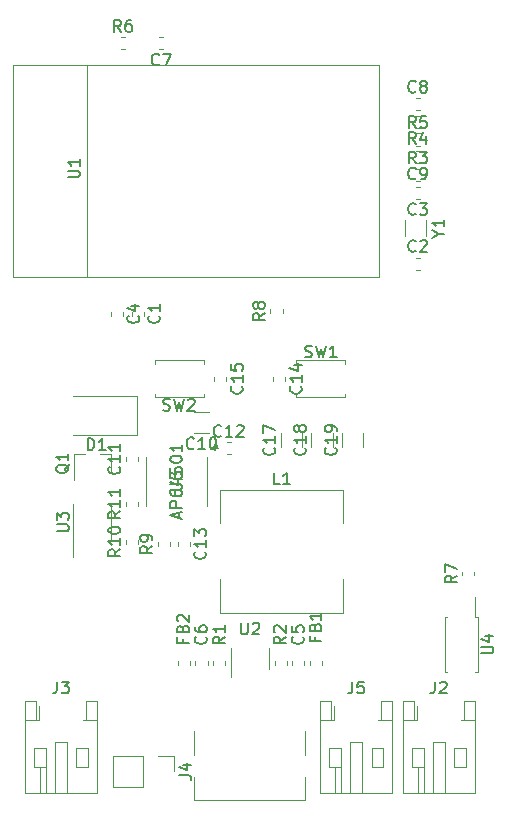
<source format=gbr>
%TF.GenerationSoftware,KiCad,Pcbnew,(6.0.2)*%
%TF.CreationDate,2022-03-14T11:31:15-04:00*%
%TF.ProjectId,aquabotsBMS,61717561-626f-4747-9342-4d532e6b6963,rev?*%
%TF.SameCoordinates,Original*%
%TF.FileFunction,Legend,Top*%
%TF.FilePolarity,Positive*%
%FSLAX46Y46*%
G04 Gerber Fmt 4.6, Leading zero omitted, Abs format (unit mm)*
G04 Created by KiCad (PCBNEW (6.0.2)) date 2022-03-14 11:31:15*
%MOMM*%
%LPD*%
G01*
G04 APERTURE LIST*
%ADD10C,0.150000*%
%ADD11C,0.120000*%
G04 APERTURE END LIST*
D10*
%TO.C,C1*%
X142287142Y-92166666D02*
X142334761Y-92214285D01*
X142382380Y-92357142D01*
X142382380Y-92452380D01*
X142334761Y-92595238D01*
X142239523Y-92690476D01*
X142144285Y-92738095D01*
X141953809Y-92785714D01*
X141810952Y-92785714D01*
X141620476Y-92738095D01*
X141525238Y-92690476D01*
X141430000Y-92595238D01*
X141382380Y-92452380D01*
X141382380Y-92357142D01*
X141430000Y-92214285D01*
X141477619Y-92166666D01*
X142382380Y-91214285D02*
X142382380Y-91785714D01*
X142382380Y-91500000D02*
X141382380Y-91500000D01*
X141525238Y-91595238D01*
X141620476Y-91690476D01*
X141668095Y-91785714D01*
%TO.C,C2*%
X164033333Y-86677142D02*
X163985714Y-86724761D01*
X163842857Y-86772380D01*
X163747619Y-86772380D01*
X163604761Y-86724761D01*
X163509523Y-86629523D01*
X163461904Y-86534285D01*
X163414285Y-86343809D01*
X163414285Y-86200952D01*
X163461904Y-86010476D01*
X163509523Y-85915238D01*
X163604761Y-85820000D01*
X163747619Y-85772380D01*
X163842857Y-85772380D01*
X163985714Y-85820000D01*
X164033333Y-85867619D01*
X164414285Y-85867619D02*
X164461904Y-85820000D01*
X164557142Y-85772380D01*
X164795238Y-85772380D01*
X164890476Y-85820000D01*
X164938095Y-85867619D01*
X164985714Y-85962857D01*
X164985714Y-86058095D01*
X164938095Y-86200952D01*
X164366666Y-86772380D01*
X164985714Y-86772380D01*
%TO.C,C3*%
X164033333Y-83537142D02*
X163985714Y-83584761D01*
X163842857Y-83632380D01*
X163747619Y-83632380D01*
X163604761Y-83584761D01*
X163509523Y-83489523D01*
X163461904Y-83394285D01*
X163414285Y-83203809D01*
X163414285Y-83060952D01*
X163461904Y-82870476D01*
X163509523Y-82775238D01*
X163604761Y-82680000D01*
X163747619Y-82632380D01*
X163842857Y-82632380D01*
X163985714Y-82680000D01*
X164033333Y-82727619D01*
X164366666Y-82632380D02*
X164985714Y-82632380D01*
X164652380Y-83013333D01*
X164795238Y-83013333D01*
X164890476Y-83060952D01*
X164938095Y-83108571D01*
X164985714Y-83203809D01*
X164985714Y-83441904D01*
X164938095Y-83537142D01*
X164890476Y-83584761D01*
X164795238Y-83632380D01*
X164509523Y-83632380D01*
X164414285Y-83584761D01*
X164366666Y-83537142D01*
%TO.C,C4*%
X140537142Y-92166666D02*
X140584761Y-92214285D01*
X140632380Y-92357142D01*
X140632380Y-92452380D01*
X140584761Y-92595238D01*
X140489523Y-92690476D01*
X140394285Y-92738095D01*
X140203809Y-92785714D01*
X140060952Y-92785714D01*
X139870476Y-92738095D01*
X139775238Y-92690476D01*
X139680000Y-92595238D01*
X139632380Y-92452380D01*
X139632380Y-92357142D01*
X139680000Y-92214285D01*
X139727619Y-92166666D01*
X139965714Y-91309523D02*
X140632380Y-91309523D01*
X139584761Y-91547619D02*
X140299047Y-91785714D01*
X140299047Y-91166666D01*
%TO.C,C7*%
X142320833Y-70887142D02*
X142273214Y-70934761D01*
X142130357Y-70982380D01*
X142035119Y-70982380D01*
X141892261Y-70934761D01*
X141797023Y-70839523D01*
X141749404Y-70744285D01*
X141701785Y-70553809D01*
X141701785Y-70410952D01*
X141749404Y-70220476D01*
X141797023Y-70125238D01*
X141892261Y-70030000D01*
X142035119Y-69982380D01*
X142130357Y-69982380D01*
X142273214Y-70030000D01*
X142320833Y-70077619D01*
X142654166Y-69982380D02*
X143320833Y-69982380D01*
X142892261Y-70982380D01*
%TO.C,C8*%
X164033333Y-73177142D02*
X163985714Y-73224761D01*
X163842857Y-73272380D01*
X163747619Y-73272380D01*
X163604761Y-73224761D01*
X163509523Y-73129523D01*
X163461904Y-73034285D01*
X163414285Y-72843809D01*
X163414285Y-72700952D01*
X163461904Y-72510476D01*
X163509523Y-72415238D01*
X163604761Y-72320000D01*
X163747619Y-72272380D01*
X163842857Y-72272380D01*
X163985714Y-72320000D01*
X164033333Y-72367619D01*
X164604761Y-72700952D02*
X164509523Y-72653333D01*
X164461904Y-72605714D01*
X164414285Y-72510476D01*
X164414285Y-72462857D01*
X164461904Y-72367619D01*
X164509523Y-72320000D01*
X164604761Y-72272380D01*
X164795238Y-72272380D01*
X164890476Y-72320000D01*
X164938095Y-72367619D01*
X164985714Y-72462857D01*
X164985714Y-72510476D01*
X164938095Y-72605714D01*
X164890476Y-72653333D01*
X164795238Y-72700952D01*
X164604761Y-72700952D01*
X164509523Y-72748571D01*
X164461904Y-72796190D01*
X164414285Y-72891428D01*
X164414285Y-73081904D01*
X164461904Y-73177142D01*
X164509523Y-73224761D01*
X164604761Y-73272380D01*
X164795238Y-73272380D01*
X164890476Y-73224761D01*
X164938095Y-73177142D01*
X164985714Y-73081904D01*
X164985714Y-72891428D01*
X164938095Y-72796190D01*
X164890476Y-72748571D01*
X164795238Y-72700952D01*
%TO.C,FB2*%
X144298571Y-119513333D02*
X144298571Y-119846666D01*
X144822380Y-119846666D02*
X143822380Y-119846666D01*
X143822380Y-119370476D01*
X144298571Y-118656190D02*
X144346190Y-118513333D01*
X144393809Y-118465714D01*
X144489047Y-118418095D01*
X144631904Y-118418095D01*
X144727142Y-118465714D01*
X144774761Y-118513333D01*
X144822380Y-118608571D01*
X144822380Y-118989523D01*
X143822380Y-118989523D01*
X143822380Y-118656190D01*
X143870000Y-118560952D01*
X143917619Y-118513333D01*
X144012857Y-118465714D01*
X144108095Y-118465714D01*
X144203333Y-118513333D01*
X144250952Y-118560952D01*
X144298571Y-118656190D01*
X144298571Y-118989523D01*
X143917619Y-118037142D02*
X143870000Y-117989523D01*
X143822380Y-117894285D01*
X143822380Y-117656190D01*
X143870000Y-117560952D01*
X143917619Y-117513333D01*
X144012857Y-117465714D01*
X144108095Y-117465714D01*
X144250952Y-117513333D01*
X144822380Y-118084761D01*
X144822380Y-117465714D01*
%TO.C,R3*%
X164033333Y-79272380D02*
X163700000Y-78796190D01*
X163461904Y-79272380D02*
X163461904Y-78272380D01*
X163842857Y-78272380D01*
X163938095Y-78320000D01*
X163985714Y-78367619D01*
X164033333Y-78462857D01*
X164033333Y-78605714D01*
X163985714Y-78700952D01*
X163938095Y-78748571D01*
X163842857Y-78796190D01*
X163461904Y-78796190D01*
X164366666Y-78272380D02*
X164985714Y-78272380D01*
X164652380Y-78653333D01*
X164795238Y-78653333D01*
X164890476Y-78700952D01*
X164938095Y-78748571D01*
X164985714Y-78843809D01*
X164985714Y-79081904D01*
X164938095Y-79177142D01*
X164890476Y-79224761D01*
X164795238Y-79272380D01*
X164509523Y-79272380D01*
X164414285Y-79224761D01*
X164366666Y-79177142D01*
%TO.C,R4*%
X164033333Y-77632380D02*
X163700000Y-77156190D01*
X163461904Y-77632380D02*
X163461904Y-76632380D01*
X163842857Y-76632380D01*
X163938095Y-76680000D01*
X163985714Y-76727619D01*
X164033333Y-76822857D01*
X164033333Y-76965714D01*
X163985714Y-77060952D01*
X163938095Y-77108571D01*
X163842857Y-77156190D01*
X163461904Y-77156190D01*
X164890476Y-76965714D02*
X164890476Y-77632380D01*
X164652380Y-76584761D02*
X164414285Y-77299047D01*
X165033333Y-77299047D01*
%TO.C,R5*%
X164033333Y-76272380D02*
X163700000Y-75796190D01*
X163461904Y-76272380D02*
X163461904Y-75272380D01*
X163842857Y-75272380D01*
X163938095Y-75320000D01*
X163985714Y-75367619D01*
X164033333Y-75462857D01*
X164033333Y-75605714D01*
X163985714Y-75700952D01*
X163938095Y-75748571D01*
X163842857Y-75796190D01*
X163461904Y-75796190D01*
X164938095Y-75272380D02*
X164461904Y-75272380D01*
X164414285Y-75748571D01*
X164461904Y-75700952D01*
X164557142Y-75653333D01*
X164795238Y-75653333D01*
X164890476Y-75700952D01*
X164938095Y-75748571D01*
X164985714Y-75843809D01*
X164985714Y-76081904D01*
X164938095Y-76177142D01*
X164890476Y-76224761D01*
X164795238Y-76272380D01*
X164557142Y-76272380D01*
X164461904Y-76224761D01*
X164414285Y-76177142D01*
%TO.C,R6*%
X139070833Y-68122380D02*
X138737500Y-67646190D01*
X138499404Y-68122380D02*
X138499404Y-67122380D01*
X138880357Y-67122380D01*
X138975595Y-67170000D01*
X139023214Y-67217619D01*
X139070833Y-67312857D01*
X139070833Y-67455714D01*
X139023214Y-67550952D01*
X138975595Y-67598571D01*
X138880357Y-67646190D01*
X138499404Y-67646190D01*
X139927976Y-67122380D02*
X139737500Y-67122380D01*
X139642261Y-67170000D01*
X139594642Y-67217619D01*
X139499404Y-67360476D01*
X139451785Y-67550952D01*
X139451785Y-67931904D01*
X139499404Y-68027142D01*
X139547023Y-68074761D01*
X139642261Y-68122380D01*
X139832738Y-68122380D01*
X139927976Y-68074761D01*
X139975595Y-68027142D01*
X140023214Y-67931904D01*
X140023214Y-67693809D01*
X139975595Y-67598571D01*
X139927976Y-67550952D01*
X139832738Y-67503333D01*
X139642261Y-67503333D01*
X139547023Y-67550952D01*
X139499404Y-67598571D01*
X139451785Y-67693809D01*
%TO.C,R8*%
X151272380Y-91954166D02*
X150796190Y-92287500D01*
X151272380Y-92525595D02*
X150272380Y-92525595D01*
X150272380Y-92144642D01*
X150320000Y-92049404D01*
X150367619Y-92001785D01*
X150462857Y-91954166D01*
X150605714Y-91954166D01*
X150700952Y-92001785D01*
X150748571Y-92049404D01*
X150796190Y-92144642D01*
X150796190Y-92525595D01*
X150700952Y-91382738D02*
X150653333Y-91477976D01*
X150605714Y-91525595D01*
X150510476Y-91573214D01*
X150462857Y-91573214D01*
X150367619Y-91525595D01*
X150320000Y-91477976D01*
X150272380Y-91382738D01*
X150272380Y-91192261D01*
X150320000Y-91097023D01*
X150367619Y-91049404D01*
X150462857Y-91001785D01*
X150510476Y-91001785D01*
X150605714Y-91049404D01*
X150653333Y-91097023D01*
X150700952Y-91192261D01*
X150700952Y-91382738D01*
X150748571Y-91477976D01*
X150796190Y-91525595D01*
X150891428Y-91573214D01*
X151081904Y-91573214D01*
X151177142Y-91525595D01*
X151224761Y-91477976D01*
X151272380Y-91382738D01*
X151272380Y-91192261D01*
X151224761Y-91097023D01*
X151177142Y-91049404D01*
X151081904Y-91001785D01*
X150891428Y-91001785D01*
X150796190Y-91049404D01*
X150748571Y-91097023D01*
X150700952Y-91192261D01*
%TO.C,U2*%
X149238095Y-118152380D02*
X149238095Y-118961904D01*
X149285714Y-119057142D01*
X149333333Y-119104761D01*
X149428571Y-119152380D01*
X149619047Y-119152380D01*
X149714285Y-119104761D01*
X149761904Y-119057142D01*
X149809523Y-118961904D01*
X149809523Y-118152380D01*
X150238095Y-118247619D02*
X150285714Y-118200000D01*
X150380952Y-118152380D01*
X150619047Y-118152380D01*
X150714285Y-118200000D01*
X150761904Y-118247619D01*
X150809523Y-118342857D01*
X150809523Y-118438095D01*
X150761904Y-118580952D01*
X150190476Y-119152380D01*
X150809523Y-119152380D01*
%TO.C,Y1*%
X165976190Y-85226190D02*
X166452380Y-85226190D01*
X165452380Y-85559523D02*
X165976190Y-85226190D01*
X165452380Y-84892857D01*
X166452380Y-84035714D02*
X166452380Y-84607142D01*
X166452380Y-84321428D02*
X165452380Y-84321428D01*
X165595238Y-84416666D01*
X165690476Y-84511904D01*
X165738095Y-84607142D01*
%TO.C,J5*%
X158666666Y-123152380D02*
X158666666Y-123866666D01*
X158619047Y-124009523D01*
X158523809Y-124104761D01*
X158380952Y-124152380D01*
X158285714Y-124152380D01*
X159619047Y-123152380D02*
X159142857Y-123152380D01*
X159095238Y-123628571D01*
X159142857Y-123580952D01*
X159238095Y-123533333D01*
X159476190Y-123533333D01*
X159571428Y-123580952D01*
X159619047Y-123628571D01*
X159666666Y-123723809D01*
X159666666Y-123961904D01*
X159619047Y-124057142D01*
X159571428Y-124104761D01*
X159476190Y-124152380D01*
X159238095Y-124152380D01*
X159142857Y-124104761D01*
X159095238Y-124057142D01*
%TO.C,U3*%
X133652380Y-110411904D02*
X134461904Y-110411904D01*
X134557142Y-110364285D01*
X134604761Y-110316666D01*
X134652380Y-110221428D01*
X134652380Y-110030952D01*
X134604761Y-109935714D01*
X134557142Y-109888095D01*
X134461904Y-109840476D01*
X133652380Y-109840476D01*
X133652380Y-109459523D02*
X133652380Y-108840476D01*
X134033333Y-109173809D01*
X134033333Y-109030952D01*
X134080952Y-108935714D01*
X134128571Y-108888095D01*
X134223809Y-108840476D01*
X134461904Y-108840476D01*
X134557142Y-108888095D01*
X134604761Y-108935714D01*
X134652380Y-109030952D01*
X134652380Y-109316666D01*
X134604761Y-109411904D01*
X134557142Y-109459523D01*
%TO.C,J2*%
X165666666Y-123152380D02*
X165666666Y-123866666D01*
X165619047Y-124009523D01*
X165523809Y-124104761D01*
X165380952Y-124152380D01*
X165285714Y-124152380D01*
X166095238Y-123247619D02*
X166142857Y-123200000D01*
X166238095Y-123152380D01*
X166476190Y-123152380D01*
X166571428Y-123200000D01*
X166619047Y-123247619D01*
X166666666Y-123342857D01*
X166666666Y-123438095D01*
X166619047Y-123580952D01*
X166047619Y-124152380D01*
X166666666Y-124152380D01*
%TO.C,Q1*%
X134697619Y-104745238D02*
X134650000Y-104840476D01*
X134554761Y-104935714D01*
X134411904Y-105078571D01*
X134364285Y-105173809D01*
X134364285Y-105269047D01*
X134602380Y-105221428D02*
X134554761Y-105316666D01*
X134459523Y-105411904D01*
X134269047Y-105459523D01*
X133935714Y-105459523D01*
X133745238Y-105411904D01*
X133650000Y-105316666D01*
X133602380Y-105221428D01*
X133602380Y-105030952D01*
X133650000Y-104935714D01*
X133745238Y-104840476D01*
X133935714Y-104792857D01*
X134269047Y-104792857D01*
X134459523Y-104840476D01*
X134554761Y-104935714D01*
X134602380Y-105030952D01*
X134602380Y-105221428D01*
X134602380Y-103840476D02*
X134602380Y-104411904D01*
X134602380Y-104126190D02*
X133602380Y-104126190D01*
X133745238Y-104221428D01*
X133840476Y-104316666D01*
X133888095Y-104411904D01*
%TO.C,J3*%
X133666666Y-123152380D02*
X133666666Y-123866666D01*
X133619047Y-124009523D01*
X133523809Y-124104761D01*
X133380952Y-124152380D01*
X133285714Y-124152380D01*
X134047619Y-123152380D02*
X134666666Y-123152380D01*
X134333333Y-123533333D01*
X134476190Y-123533333D01*
X134571428Y-123580952D01*
X134619047Y-123628571D01*
X134666666Y-123723809D01*
X134666666Y-123961904D01*
X134619047Y-124057142D01*
X134571428Y-124104761D01*
X134476190Y-124152380D01*
X134190476Y-124152380D01*
X134095238Y-124104761D01*
X134047619Y-124057142D01*
%TO.C,J4*%
X144032380Y-131083333D02*
X144746666Y-131083333D01*
X144889523Y-131130952D01*
X144984761Y-131226190D01*
X145032380Y-131369047D01*
X145032380Y-131464285D01*
X144365714Y-130178571D02*
X145032380Y-130178571D01*
X143984761Y-130416666D02*
X144699047Y-130654761D01*
X144699047Y-130035714D01*
%TO.C,C14*%
X154287142Y-98142857D02*
X154334761Y-98190476D01*
X154382380Y-98333333D01*
X154382380Y-98428571D01*
X154334761Y-98571428D01*
X154239523Y-98666666D01*
X154144285Y-98714285D01*
X153953809Y-98761904D01*
X153810952Y-98761904D01*
X153620476Y-98714285D01*
X153525238Y-98666666D01*
X153430000Y-98571428D01*
X153382380Y-98428571D01*
X153382380Y-98333333D01*
X153430000Y-98190476D01*
X153477619Y-98142857D01*
X154382380Y-97190476D02*
X154382380Y-97761904D01*
X154382380Y-97476190D02*
X153382380Y-97476190D01*
X153525238Y-97571428D01*
X153620476Y-97666666D01*
X153668095Y-97761904D01*
X153715714Y-96333333D02*
X154382380Y-96333333D01*
X153334761Y-96571428D02*
X154049047Y-96809523D01*
X154049047Y-96190476D01*
%TO.C,SW1*%
X154666666Y-95654761D02*
X154809523Y-95702380D01*
X155047619Y-95702380D01*
X155142857Y-95654761D01*
X155190476Y-95607142D01*
X155238095Y-95511904D01*
X155238095Y-95416666D01*
X155190476Y-95321428D01*
X155142857Y-95273809D01*
X155047619Y-95226190D01*
X154857142Y-95178571D01*
X154761904Y-95130952D01*
X154714285Y-95083333D01*
X154666666Y-94988095D01*
X154666666Y-94892857D01*
X154714285Y-94797619D01*
X154761904Y-94750000D01*
X154857142Y-94702380D01*
X155095238Y-94702380D01*
X155238095Y-94750000D01*
X155571428Y-94702380D02*
X155809523Y-95702380D01*
X156000000Y-94988095D01*
X156190476Y-95702380D01*
X156428571Y-94702380D01*
X157333333Y-95702380D02*
X156761904Y-95702380D01*
X157047619Y-95702380D02*
X157047619Y-94702380D01*
X156952380Y-94845238D01*
X156857142Y-94940476D01*
X156761904Y-94988095D01*
%TO.C,C9*%
X164033333Y-80537142D02*
X163985714Y-80584761D01*
X163842857Y-80632380D01*
X163747619Y-80632380D01*
X163604761Y-80584761D01*
X163509523Y-80489523D01*
X163461904Y-80394285D01*
X163414285Y-80203809D01*
X163414285Y-80060952D01*
X163461904Y-79870476D01*
X163509523Y-79775238D01*
X163604761Y-79680000D01*
X163747619Y-79632380D01*
X163842857Y-79632380D01*
X163985714Y-79680000D01*
X164033333Y-79727619D01*
X164509523Y-80632380D02*
X164700000Y-80632380D01*
X164795238Y-80584761D01*
X164842857Y-80537142D01*
X164938095Y-80394285D01*
X164985714Y-80203809D01*
X164985714Y-79822857D01*
X164938095Y-79727619D01*
X164890476Y-79680000D01*
X164795238Y-79632380D01*
X164604761Y-79632380D01*
X164509523Y-79680000D01*
X164461904Y-79727619D01*
X164414285Y-79822857D01*
X164414285Y-80060952D01*
X164461904Y-80156190D01*
X164509523Y-80203809D01*
X164604761Y-80251428D01*
X164795238Y-80251428D01*
X164890476Y-80203809D01*
X164938095Y-80156190D01*
X164985714Y-80060952D01*
%TO.C,R1*%
X147882380Y-119346666D02*
X147406190Y-119680000D01*
X147882380Y-119918095D02*
X146882380Y-119918095D01*
X146882380Y-119537142D01*
X146930000Y-119441904D01*
X146977619Y-119394285D01*
X147072857Y-119346666D01*
X147215714Y-119346666D01*
X147310952Y-119394285D01*
X147358571Y-119441904D01*
X147406190Y-119537142D01*
X147406190Y-119918095D01*
X147882380Y-118394285D02*
X147882380Y-118965714D01*
X147882380Y-118680000D02*
X146882380Y-118680000D01*
X147025238Y-118775238D01*
X147120476Y-118870476D01*
X147168095Y-118965714D01*
%TO.C,C6*%
X146247142Y-119346666D02*
X146294761Y-119394285D01*
X146342380Y-119537142D01*
X146342380Y-119632380D01*
X146294761Y-119775238D01*
X146199523Y-119870476D01*
X146104285Y-119918095D01*
X145913809Y-119965714D01*
X145770952Y-119965714D01*
X145580476Y-119918095D01*
X145485238Y-119870476D01*
X145390000Y-119775238D01*
X145342380Y-119632380D01*
X145342380Y-119537142D01*
X145390000Y-119394285D01*
X145437619Y-119346666D01*
X145342380Y-118489523D02*
X145342380Y-118680000D01*
X145390000Y-118775238D01*
X145437619Y-118822857D01*
X145580476Y-118918095D01*
X145770952Y-118965714D01*
X146151904Y-118965714D01*
X146247142Y-118918095D01*
X146294761Y-118870476D01*
X146342380Y-118775238D01*
X146342380Y-118584761D01*
X146294761Y-118489523D01*
X146247142Y-118441904D01*
X146151904Y-118394285D01*
X145913809Y-118394285D01*
X145818571Y-118441904D01*
X145770952Y-118489523D01*
X145723333Y-118584761D01*
X145723333Y-118775238D01*
X145770952Y-118870476D01*
X145818571Y-118918095D01*
X145913809Y-118965714D01*
%TO.C,R7*%
X167522380Y-114166666D02*
X167046190Y-114500000D01*
X167522380Y-114738095D02*
X166522380Y-114738095D01*
X166522380Y-114357142D01*
X166570000Y-114261904D01*
X166617619Y-114214285D01*
X166712857Y-114166666D01*
X166855714Y-114166666D01*
X166950952Y-114214285D01*
X166998571Y-114261904D01*
X167046190Y-114357142D01*
X167046190Y-114738095D01*
X166522380Y-113833333D02*
X166522380Y-113166666D01*
X167522380Y-113595238D01*
%TO.C,U4*%
X169602380Y-120761904D02*
X170411904Y-120761904D01*
X170507142Y-120714285D01*
X170554761Y-120666666D01*
X170602380Y-120571428D01*
X170602380Y-120380952D01*
X170554761Y-120285714D01*
X170507142Y-120238095D01*
X170411904Y-120190476D01*
X169602380Y-120190476D01*
X169935714Y-119285714D02*
X170602380Y-119285714D01*
X169554761Y-119523809D02*
X170269047Y-119761904D01*
X170269047Y-119142857D01*
%TO.C,U1*%
X134573380Y-80461904D02*
X135382904Y-80461904D01*
X135478142Y-80414285D01*
X135525761Y-80366666D01*
X135573380Y-80271428D01*
X135573380Y-80080952D01*
X135525761Y-79985714D01*
X135478142Y-79938095D01*
X135382904Y-79890476D01*
X134573380Y-79890476D01*
X135573380Y-78890476D02*
X135573380Y-79461904D01*
X135573380Y-79176190D02*
X134573380Y-79176190D01*
X134716238Y-79271428D01*
X134811476Y-79366666D01*
X134859095Y-79461904D01*
%TO.C,C15*%
X149287142Y-98142857D02*
X149334761Y-98190476D01*
X149382380Y-98333333D01*
X149382380Y-98428571D01*
X149334761Y-98571428D01*
X149239523Y-98666666D01*
X149144285Y-98714285D01*
X148953809Y-98761904D01*
X148810952Y-98761904D01*
X148620476Y-98714285D01*
X148525238Y-98666666D01*
X148430000Y-98571428D01*
X148382380Y-98428571D01*
X148382380Y-98333333D01*
X148430000Y-98190476D01*
X148477619Y-98142857D01*
X149382380Y-97190476D02*
X149382380Y-97761904D01*
X149382380Y-97476190D02*
X148382380Y-97476190D01*
X148525238Y-97571428D01*
X148620476Y-97666666D01*
X148668095Y-97761904D01*
X148382380Y-96285714D02*
X148382380Y-96761904D01*
X148858571Y-96809523D01*
X148810952Y-96761904D01*
X148763333Y-96666666D01*
X148763333Y-96428571D01*
X148810952Y-96333333D01*
X148858571Y-96285714D01*
X148953809Y-96238095D01*
X149191904Y-96238095D01*
X149287142Y-96285714D01*
X149334761Y-96333333D01*
X149382380Y-96428571D01*
X149382380Y-96666666D01*
X149334761Y-96761904D01*
X149287142Y-96809523D01*
%TO.C,SW2*%
X142666666Y-100154761D02*
X142809523Y-100202380D01*
X143047619Y-100202380D01*
X143142857Y-100154761D01*
X143190476Y-100107142D01*
X143238095Y-100011904D01*
X143238095Y-99916666D01*
X143190476Y-99821428D01*
X143142857Y-99773809D01*
X143047619Y-99726190D01*
X142857142Y-99678571D01*
X142761904Y-99630952D01*
X142714285Y-99583333D01*
X142666666Y-99488095D01*
X142666666Y-99392857D01*
X142714285Y-99297619D01*
X142761904Y-99250000D01*
X142857142Y-99202380D01*
X143095238Y-99202380D01*
X143238095Y-99250000D01*
X143571428Y-99202380D02*
X143809523Y-100202380D01*
X144000000Y-99488095D01*
X144190476Y-100202380D01*
X144428571Y-99202380D01*
X144761904Y-99297619D02*
X144809523Y-99250000D01*
X144904761Y-99202380D01*
X145142857Y-99202380D01*
X145238095Y-99250000D01*
X145285714Y-99297619D01*
X145333333Y-99392857D01*
X145333333Y-99488095D01*
X145285714Y-99630952D01*
X144714285Y-100202380D01*
X145333333Y-100202380D01*
%TO.C,L1*%
X152533333Y-106452380D02*
X152057142Y-106452380D01*
X152057142Y-105452380D01*
X153390476Y-106452380D02*
X152819047Y-106452380D01*
X153104761Y-106452380D02*
X153104761Y-105452380D01*
X153009523Y-105595238D01*
X152914285Y-105690476D01*
X152819047Y-105738095D01*
%TO.C,C12*%
X147557142Y-102327142D02*
X147509523Y-102374761D01*
X147366666Y-102422380D01*
X147271428Y-102422380D01*
X147128571Y-102374761D01*
X147033333Y-102279523D01*
X146985714Y-102184285D01*
X146938095Y-101993809D01*
X146938095Y-101850952D01*
X146985714Y-101660476D01*
X147033333Y-101565238D01*
X147128571Y-101470000D01*
X147271428Y-101422380D01*
X147366666Y-101422380D01*
X147509523Y-101470000D01*
X147557142Y-101517619D01*
X148509523Y-102422380D02*
X147938095Y-102422380D01*
X148223809Y-102422380D02*
X148223809Y-101422380D01*
X148128571Y-101565238D01*
X148033333Y-101660476D01*
X147938095Y-101708095D01*
X148890476Y-101517619D02*
X148938095Y-101470000D01*
X149033333Y-101422380D01*
X149271428Y-101422380D01*
X149366666Y-101470000D01*
X149414285Y-101517619D01*
X149461904Y-101612857D01*
X149461904Y-101708095D01*
X149414285Y-101850952D01*
X148842857Y-102422380D01*
X149461904Y-102422380D01*
%TO.C,C17*%
X152037142Y-103342857D02*
X152084761Y-103390476D01*
X152132380Y-103533333D01*
X152132380Y-103628571D01*
X152084761Y-103771428D01*
X151989523Y-103866666D01*
X151894285Y-103914285D01*
X151703809Y-103961904D01*
X151560952Y-103961904D01*
X151370476Y-103914285D01*
X151275238Y-103866666D01*
X151180000Y-103771428D01*
X151132380Y-103628571D01*
X151132380Y-103533333D01*
X151180000Y-103390476D01*
X151227619Y-103342857D01*
X152132380Y-102390476D02*
X152132380Y-102961904D01*
X152132380Y-102676190D02*
X151132380Y-102676190D01*
X151275238Y-102771428D01*
X151370476Y-102866666D01*
X151418095Y-102961904D01*
X151132380Y-102057142D02*
X151132380Y-101390476D01*
X152132380Y-101819047D01*
%TO.C,C18*%
X154637142Y-103342857D02*
X154684761Y-103390476D01*
X154732380Y-103533333D01*
X154732380Y-103628571D01*
X154684761Y-103771428D01*
X154589523Y-103866666D01*
X154494285Y-103914285D01*
X154303809Y-103961904D01*
X154160952Y-103961904D01*
X153970476Y-103914285D01*
X153875238Y-103866666D01*
X153780000Y-103771428D01*
X153732380Y-103628571D01*
X153732380Y-103533333D01*
X153780000Y-103390476D01*
X153827619Y-103342857D01*
X154732380Y-102390476D02*
X154732380Y-102961904D01*
X154732380Y-102676190D02*
X153732380Y-102676190D01*
X153875238Y-102771428D01*
X153970476Y-102866666D01*
X154018095Y-102961904D01*
X154160952Y-101819047D02*
X154113333Y-101914285D01*
X154065714Y-101961904D01*
X153970476Y-102009523D01*
X153922857Y-102009523D01*
X153827619Y-101961904D01*
X153780000Y-101914285D01*
X153732380Y-101819047D01*
X153732380Y-101628571D01*
X153780000Y-101533333D01*
X153827619Y-101485714D01*
X153922857Y-101438095D01*
X153970476Y-101438095D01*
X154065714Y-101485714D01*
X154113333Y-101533333D01*
X154160952Y-101628571D01*
X154160952Y-101819047D01*
X154208571Y-101914285D01*
X154256190Y-101961904D01*
X154351428Y-102009523D01*
X154541904Y-102009523D01*
X154637142Y-101961904D01*
X154684761Y-101914285D01*
X154732380Y-101819047D01*
X154732380Y-101628571D01*
X154684761Y-101533333D01*
X154637142Y-101485714D01*
X154541904Y-101438095D01*
X154351428Y-101438095D01*
X154256190Y-101485714D01*
X154208571Y-101533333D01*
X154160952Y-101628571D01*
%TO.C,C19*%
X157237142Y-103342857D02*
X157284761Y-103390476D01*
X157332380Y-103533333D01*
X157332380Y-103628571D01*
X157284761Y-103771428D01*
X157189523Y-103866666D01*
X157094285Y-103914285D01*
X156903809Y-103961904D01*
X156760952Y-103961904D01*
X156570476Y-103914285D01*
X156475238Y-103866666D01*
X156380000Y-103771428D01*
X156332380Y-103628571D01*
X156332380Y-103533333D01*
X156380000Y-103390476D01*
X156427619Y-103342857D01*
X157332380Y-102390476D02*
X157332380Y-102961904D01*
X157332380Y-102676190D02*
X156332380Y-102676190D01*
X156475238Y-102771428D01*
X156570476Y-102866666D01*
X156618095Y-102961904D01*
X157332380Y-101914285D02*
X157332380Y-101723809D01*
X157284761Y-101628571D01*
X157237142Y-101580952D01*
X157094285Y-101485714D01*
X156903809Y-101438095D01*
X156522857Y-101438095D01*
X156427619Y-101485714D01*
X156380000Y-101533333D01*
X156332380Y-101628571D01*
X156332380Y-101819047D01*
X156380000Y-101914285D01*
X156427619Y-101961904D01*
X156522857Y-102009523D01*
X156760952Y-102009523D01*
X156856190Y-101961904D01*
X156903809Y-101914285D01*
X156951428Y-101819047D01*
X156951428Y-101628571D01*
X156903809Y-101533333D01*
X156856190Y-101485714D01*
X156760952Y-101438095D01*
%TO.C,U5*%
X143252380Y-106961904D02*
X144061904Y-106961904D01*
X144157142Y-106914285D01*
X144204761Y-106866666D01*
X144252380Y-106771428D01*
X144252380Y-106580952D01*
X144204761Y-106485714D01*
X144157142Y-106438095D01*
X144061904Y-106390476D01*
X143252380Y-106390476D01*
X143252380Y-105438095D02*
X143252380Y-105914285D01*
X143728571Y-105961904D01*
X143680952Y-105914285D01*
X143633333Y-105819047D01*
X143633333Y-105580952D01*
X143680952Y-105485714D01*
X143728571Y-105438095D01*
X143823809Y-105390476D01*
X144061904Y-105390476D01*
X144157142Y-105438095D01*
X144204761Y-105485714D01*
X144252380Y-105580952D01*
X144252380Y-105819047D01*
X144204761Y-105914285D01*
X144157142Y-105961904D01*
X143966666Y-109319047D02*
X143966666Y-108842857D01*
X144252380Y-109414285D02*
X143252380Y-109080952D01*
X144252380Y-108747619D01*
X144252380Y-108414285D02*
X143252380Y-108414285D01*
X143252380Y-108033333D01*
X143300000Y-107938095D01*
X143347619Y-107890476D01*
X143442857Y-107842857D01*
X143585714Y-107842857D01*
X143680952Y-107890476D01*
X143728571Y-107938095D01*
X143776190Y-108033333D01*
X143776190Y-108414285D01*
X143252380Y-106985714D02*
X143252380Y-107176190D01*
X143300000Y-107271428D01*
X143347619Y-107319047D01*
X143490476Y-107414285D01*
X143680952Y-107461904D01*
X144061904Y-107461904D01*
X144157142Y-107414285D01*
X144204761Y-107366666D01*
X144252380Y-107271428D01*
X144252380Y-107080952D01*
X144204761Y-106985714D01*
X144157142Y-106938095D01*
X144061904Y-106890476D01*
X143823809Y-106890476D01*
X143728571Y-106938095D01*
X143680952Y-106985714D01*
X143633333Y-107080952D01*
X143633333Y-107271428D01*
X143680952Y-107366666D01*
X143728571Y-107414285D01*
X143823809Y-107461904D01*
X143585714Y-106033333D02*
X144252380Y-106033333D01*
X143204761Y-106271428D02*
X143919047Y-106509523D01*
X143919047Y-105890476D01*
X143252380Y-105033333D02*
X143252380Y-105509523D01*
X143728571Y-105557142D01*
X143680952Y-105509523D01*
X143633333Y-105414285D01*
X143633333Y-105176190D01*
X143680952Y-105080952D01*
X143728571Y-105033333D01*
X143823809Y-104985714D01*
X144061904Y-104985714D01*
X144157142Y-105033333D01*
X144204761Y-105080952D01*
X144252380Y-105176190D01*
X144252380Y-105414285D01*
X144204761Y-105509523D01*
X144157142Y-105557142D01*
X143252380Y-104366666D02*
X143252380Y-104271428D01*
X143300000Y-104176190D01*
X143347619Y-104128571D01*
X143442857Y-104080952D01*
X143633333Y-104033333D01*
X143871428Y-104033333D01*
X144061904Y-104080952D01*
X144157142Y-104128571D01*
X144204761Y-104176190D01*
X144252380Y-104271428D01*
X144252380Y-104366666D01*
X144204761Y-104461904D01*
X144157142Y-104509523D01*
X144061904Y-104557142D01*
X143871428Y-104604761D01*
X143633333Y-104604761D01*
X143442857Y-104557142D01*
X143347619Y-104509523D01*
X143300000Y-104461904D01*
X143252380Y-104366666D01*
X144252380Y-103080952D02*
X144252380Y-103652380D01*
X144252380Y-103366666D02*
X143252380Y-103366666D01*
X143395238Y-103461904D01*
X143490476Y-103557142D01*
X143538095Y-103652380D01*
X146859180Y-103266300D02*
X147097276Y-103266300D01*
X147002038Y-103504395D02*
X147097276Y-103266300D01*
X147002038Y-103028204D01*
X147287752Y-103409157D02*
X147097276Y-103266300D01*
X147287752Y-103123442D01*
X146859180Y-103266300D02*
X147097276Y-103266300D01*
X147002038Y-103504395D02*
X147097276Y-103266300D01*
X147002038Y-103028204D01*
X147287752Y-103409157D02*
X147097276Y-103266300D01*
X147287752Y-103123442D01*
%TO.C,C10*%
X145257142Y-103377142D02*
X145209523Y-103424761D01*
X145066666Y-103472380D01*
X144971428Y-103472380D01*
X144828571Y-103424761D01*
X144733333Y-103329523D01*
X144685714Y-103234285D01*
X144638095Y-103043809D01*
X144638095Y-102900952D01*
X144685714Y-102710476D01*
X144733333Y-102615238D01*
X144828571Y-102520000D01*
X144971428Y-102472380D01*
X145066666Y-102472380D01*
X145209523Y-102520000D01*
X145257142Y-102567619D01*
X146209523Y-103472380D02*
X145638095Y-103472380D01*
X145923809Y-103472380D02*
X145923809Y-102472380D01*
X145828571Y-102615238D01*
X145733333Y-102710476D01*
X145638095Y-102758095D01*
X146828571Y-102472380D02*
X146923809Y-102472380D01*
X147019047Y-102520000D01*
X147066666Y-102567619D01*
X147114285Y-102662857D01*
X147161904Y-102853333D01*
X147161904Y-103091428D01*
X147114285Y-103281904D01*
X147066666Y-103377142D01*
X147019047Y-103424761D01*
X146923809Y-103472380D01*
X146828571Y-103472380D01*
X146733333Y-103424761D01*
X146685714Y-103377142D01*
X146638095Y-103281904D01*
X146590476Y-103091428D01*
X146590476Y-102853333D01*
X146638095Y-102662857D01*
X146685714Y-102567619D01*
X146733333Y-102520000D01*
X146828571Y-102472380D01*
%TO.C,R9*%
X141722380Y-111666666D02*
X141246190Y-112000000D01*
X141722380Y-112238095D02*
X140722380Y-112238095D01*
X140722380Y-111857142D01*
X140770000Y-111761904D01*
X140817619Y-111714285D01*
X140912857Y-111666666D01*
X141055714Y-111666666D01*
X141150952Y-111714285D01*
X141198571Y-111761904D01*
X141246190Y-111857142D01*
X141246190Y-112238095D01*
X141722380Y-111190476D02*
X141722380Y-111000000D01*
X141674761Y-110904761D01*
X141627142Y-110857142D01*
X141484285Y-110761904D01*
X141293809Y-110714285D01*
X140912857Y-110714285D01*
X140817619Y-110761904D01*
X140770000Y-110809523D01*
X140722380Y-110904761D01*
X140722380Y-111095238D01*
X140770000Y-111190476D01*
X140817619Y-111238095D01*
X140912857Y-111285714D01*
X141150952Y-111285714D01*
X141246190Y-111238095D01*
X141293809Y-111190476D01*
X141341428Y-111095238D01*
X141341428Y-110904761D01*
X141293809Y-110809523D01*
X141246190Y-110761904D01*
X141150952Y-110714285D01*
%TO.C,R11*%
X139022380Y-108742857D02*
X138546190Y-109076190D01*
X139022380Y-109314285D02*
X138022380Y-109314285D01*
X138022380Y-108933333D01*
X138070000Y-108838095D01*
X138117619Y-108790476D01*
X138212857Y-108742857D01*
X138355714Y-108742857D01*
X138450952Y-108790476D01*
X138498571Y-108838095D01*
X138546190Y-108933333D01*
X138546190Y-109314285D01*
X139022380Y-107790476D02*
X139022380Y-108361904D01*
X139022380Y-108076190D02*
X138022380Y-108076190D01*
X138165238Y-108171428D01*
X138260476Y-108266666D01*
X138308095Y-108361904D01*
X139022380Y-106838095D02*
X139022380Y-107409523D01*
X139022380Y-107123809D02*
X138022380Y-107123809D01*
X138165238Y-107219047D01*
X138260476Y-107314285D01*
X138308095Y-107409523D01*
%TO.C,R10*%
X139022380Y-111942857D02*
X138546190Y-112276190D01*
X139022380Y-112514285D02*
X138022380Y-112514285D01*
X138022380Y-112133333D01*
X138070000Y-112038095D01*
X138117619Y-111990476D01*
X138212857Y-111942857D01*
X138355714Y-111942857D01*
X138450952Y-111990476D01*
X138498571Y-112038095D01*
X138546190Y-112133333D01*
X138546190Y-112514285D01*
X139022380Y-110990476D02*
X139022380Y-111561904D01*
X139022380Y-111276190D02*
X138022380Y-111276190D01*
X138165238Y-111371428D01*
X138260476Y-111466666D01*
X138308095Y-111561904D01*
X138022380Y-110371428D02*
X138022380Y-110276190D01*
X138070000Y-110180952D01*
X138117619Y-110133333D01*
X138212857Y-110085714D01*
X138403333Y-110038095D01*
X138641428Y-110038095D01*
X138831904Y-110085714D01*
X138927142Y-110133333D01*
X138974761Y-110180952D01*
X139022380Y-110276190D01*
X139022380Y-110371428D01*
X138974761Y-110466666D01*
X138927142Y-110514285D01*
X138831904Y-110561904D01*
X138641428Y-110609523D01*
X138403333Y-110609523D01*
X138212857Y-110561904D01*
X138117619Y-110514285D01*
X138070000Y-110466666D01*
X138022380Y-110371428D01*
%TO.C,C13*%
X146187142Y-112142857D02*
X146234761Y-112190476D01*
X146282380Y-112333333D01*
X146282380Y-112428571D01*
X146234761Y-112571428D01*
X146139523Y-112666666D01*
X146044285Y-112714285D01*
X145853809Y-112761904D01*
X145710952Y-112761904D01*
X145520476Y-112714285D01*
X145425238Y-112666666D01*
X145330000Y-112571428D01*
X145282380Y-112428571D01*
X145282380Y-112333333D01*
X145330000Y-112190476D01*
X145377619Y-112142857D01*
X146282380Y-111190476D02*
X146282380Y-111761904D01*
X146282380Y-111476190D02*
X145282380Y-111476190D01*
X145425238Y-111571428D01*
X145520476Y-111666666D01*
X145568095Y-111761904D01*
X145282380Y-110857142D02*
X145282380Y-110238095D01*
X145663333Y-110571428D01*
X145663333Y-110428571D01*
X145710952Y-110333333D01*
X145758571Y-110285714D01*
X145853809Y-110238095D01*
X146091904Y-110238095D01*
X146187142Y-110285714D01*
X146234761Y-110333333D01*
X146282380Y-110428571D01*
X146282380Y-110714285D01*
X146234761Y-110809523D01*
X146187142Y-110857142D01*
%TO.C,C11*%
X138927142Y-104942857D02*
X138974761Y-104990476D01*
X139022380Y-105133333D01*
X139022380Y-105228571D01*
X138974761Y-105371428D01*
X138879523Y-105466666D01*
X138784285Y-105514285D01*
X138593809Y-105561904D01*
X138450952Y-105561904D01*
X138260476Y-105514285D01*
X138165238Y-105466666D01*
X138070000Y-105371428D01*
X138022380Y-105228571D01*
X138022380Y-105133333D01*
X138070000Y-104990476D01*
X138117619Y-104942857D01*
X139022380Y-103990476D02*
X139022380Y-104561904D01*
X139022380Y-104276190D02*
X138022380Y-104276190D01*
X138165238Y-104371428D01*
X138260476Y-104466666D01*
X138308095Y-104561904D01*
X139022380Y-103038095D02*
X139022380Y-103609523D01*
X139022380Y-103323809D02*
X138022380Y-103323809D01*
X138165238Y-103419047D01*
X138260476Y-103514285D01*
X138308095Y-103609523D01*
%TO.C,D1*%
X136261904Y-103552380D02*
X136261904Y-102552380D01*
X136500000Y-102552380D01*
X136642857Y-102600000D01*
X136738095Y-102695238D01*
X136785714Y-102790476D01*
X136833333Y-102980952D01*
X136833333Y-103123809D01*
X136785714Y-103314285D01*
X136738095Y-103409523D01*
X136642857Y-103504761D01*
X136500000Y-103552380D01*
X136261904Y-103552380D01*
X137785714Y-103552380D02*
X137214285Y-103552380D01*
X137500000Y-103552380D02*
X137500000Y-102552380D01*
X137404761Y-102695238D01*
X137309523Y-102790476D01*
X137214285Y-102838095D01*
%TO.C,R2*%
X153022380Y-119346666D02*
X152546190Y-119680000D01*
X153022380Y-119918095D02*
X152022380Y-119918095D01*
X152022380Y-119537142D01*
X152070000Y-119441904D01*
X152117619Y-119394285D01*
X152212857Y-119346666D01*
X152355714Y-119346666D01*
X152450952Y-119394285D01*
X152498571Y-119441904D01*
X152546190Y-119537142D01*
X152546190Y-119918095D01*
X152117619Y-118965714D02*
X152070000Y-118918095D01*
X152022380Y-118822857D01*
X152022380Y-118584761D01*
X152070000Y-118489523D01*
X152117619Y-118441904D01*
X152212857Y-118394285D01*
X152308095Y-118394285D01*
X152450952Y-118441904D01*
X153022380Y-119013333D01*
X153022380Y-118394285D01*
%TO.C,FB1*%
X155528571Y-119395833D02*
X155528571Y-119729166D01*
X156052380Y-119729166D02*
X155052380Y-119729166D01*
X155052380Y-119252976D01*
X155528571Y-118538690D02*
X155576190Y-118395833D01*
X155623809Y-118348214D01*
X155719047Y-118300595D01*
X155861904Y-118300595D01*
X155957142Y-118348214D01*
X156004761Y-118395833D01*
X156052380Y-118491071D01*
X156052380Y-118872023D01*
X155052380Y-118872023D01*
X155052380Y-118538690D01*
X155100000Y-118443452D01*
X155147619Y-118395833D01*
X155242857Y-118348214D01*
X155338095Y-118348214D01*
X155433333Y-118395833D01*
X155480952Y-118443452D01*
X155528571Y-118538690D01*
X155528571Y-118872023D01*
X156052380Y-117348214D02*
X156052380Y-117919642D01*
X156052380Y-117633928D02*
X155052380Y-117633928D01*
X155195238Y-117729166D01*
X155290476Y-117824404D01*
X155338095Y-117919642D01*
%TO.C,C5*%
X154457142Y-119346666D02*
X154504761Y-119394285D01*
X154552380Y-119537142D01*
X154552380Y-119632380D01*
X154504761Y-119775238D01*
X154409523Y-119870476D01*
X154314285Y-119918095D01*
X154123809Y-119965714D01*
X153980952Y-119965714D01*
X153790476Y-119918095D01*
X153695238Y-119870476D01*
X153600000Y-119775238D01*
X153552380Y-119632380D01*
X153552380Y-119537142D01*
X153600000Y-119394285D01*
X153647619Y-119346666D01*
X153552380Y-118441904D02*
X153552380Y-118918095D01*
X154028571Y-118965714D01*
X153980952Y-118918095D01*
X153933333Y-118822857D01*
X153933333Y-118584761D01*
X153980952Y-118489523D01*
X154028571Y-118441904D01*
X154123809Y-118394285D01*
X154361904Y-118394285D01*
X154457142Y-118441904D01*
X154504761Y-118489523D01*
X154552380Y-118584761D01*
X154552380Y-118822857D01*
X154504761Y-118918095D01*
X154457142Y-118965714D01*
D11*
%TO.C,C1*%
X139990000Y-91837221D02*
X139990000Y-92162779D01*
X141010000Y-91837221D02*
X141010000Y-92162779D01*
%TO.C,C2*%
X164037221Y-88260000D02*
X164362779Y-88260000D01*
X164037221Y-87240000D02*
X164362779Y-87240000D01*
%TO.C,C3*%
X164362779Y-81240000D02*
X164037221Y-81240000D01*
X164362779Y-82260000D02*
X164037221Y-82260000D01*
%TO.C,C4*%
X138240000Y-91837221D02*
X138240000Y-92162779D01*
X139260000Y-91837221D02*
X139260000Y-92162779D01*
%TO.C,C7*%
X142650279Y-69610000D02*
X142324721Y-69610000D01*
X142650279Y-68590000D02*
X142324721Y-68590000D01*
%TO.C,C8*%
X164037221Y-73740000D02*
X164362779Y-73740000D01*
X164037221Y-74760000D02*
X164362779Y-74760000D01*
%TO.C,FB2*%
X143890000Y-121437221D02*
X143890000Y-121762779D01*
X144910000Y-121437221D02*
X144910000Y-121762779D01*
%TO.C,R3*%
X164037221Y-80760000D02*
X164362779Y-80760000D01*
X164037221Y-79740000D02*
X164362779Y-79740000D01*
%TO.C,R4*%
X164362779Y-75240000D02*
X164037221Y-75240000D01*
X164362779Y-76260000D02*
X164037221Y-76260000D01*
%TO.C,R5*%
X164037221Y-76740000D02*
X164362779Y-76740000D01*
X164037221Y-77760000D02*
X164362779Y-77760000D01*
%TO.C,R6*%
X139074721Y-68590000D02*
X139400279Y-68590000D01*
X139074721Y-69610000D02*
X139400279Y-69610000D01*
%TO.C,R8*%
X152760000Y-91950279D02*
X152760000Y-91624721D01*
X151740000Y-91950279D02*
X151740000Y-91624721D01*
%TO.C,U2*%
X148390000Y-120300000D02*
X148390000Y-122750000D01*
X151610000Y-122100000D02*
X151610000Y-120300000D01*
%TO.C,Y1*%
X164875000Y-84075000D02*
X164875000Y-85425000D01*
X163125000Y-84075000D02*
X163125000Y-85425000D01*
%TO.C,J5*%
X157140000Y-126390000D02*
X157140000Y-125175000D01*
X160300000Y-130350000D02*
X160300000Y-128750000D01*
X161300000Y-130350000D02*
X160300000Y-130350000D01*
X156700000Y-130350000D02*
X157700000Y-130350000D01*
X157200000Y-130350000D02*
X157200000Y-132610000D01*
X156860000Y-124790000D02*
X155940000Y-124790000D01*
X162060000Y-132610000D02*
X162060000Y-124790000D01*
X157700000Y-128750000D02*
X156700000Y-128750000D01*
X158500000Y-128250000D02*
X159500000Y-128250000D01*
X161140000Y-124790000D02*
X161140000Y-126390000D01*
X162060000Y-124790000D02*
X161140000Y-124790000D01*
X161300000Y-128750000D02*
X161300000Y-130350000D01*
X155940000Y-132610000D02*
X162060000Y-132610000D01*
X155940000Y-124790000D02*
X155940000Y-132610000D01*
X156860000Y-126390000D02*
X156860000Y-124790000D01*
X157140000Y-126390000D02*
X156860000Y-126390000D01*
X155940000Y-126390000D02*
X156860000Y-126390000D01*
X160300000Y-128750000D02*
X161300000Y-128750000D01*
X161140000Y-126390000D02*
X160860000Y-126390000D01*
X158500000Y-132610000D02*
X158500000Y-128250000D01*
X157700000Y-130350000D02*
X157700000Y-132610000D01*
X157700000Y-130350000D02*
X157700000Y-128750000D01*
X159500000Y-128250000D02*
X159500000Y-132610000D01*
X162060000Y-126390000D02*
X161140000Y-126390000D01*
X156700000Y-128750000D02*
X156700000Y-130350000D01*
%TO.C,U3*%
X135040000Y-109650000D02*
X135040000Y-112575000D01*
X138260000Y-109650000D02*
X138260000Y-111150000D01*
X135040000Y-109650000D02*
X135040000Y-108150000D01*
X138260000Y-109650000D02*
X138260000Y-108150000D01*
%TO.C,J2*%
X163700000Y-130350000D02*
X164700000Y-130350000D01*
X163860000Y-126390000D02*
X163860000Y-124790000D01*
X164140000Y-126390000D02*
X164140000Y-125175000D01*
X168140000Y-126390000D02*
X167860000Y-126390000D01*
X165500000Y-132610000D02*
X165500000Y-128250000D01*
X164700000Y-128750000D02*
X163700000Y-128750000D01*
X164140000Y-126390000D02*
X163860000Y-126390000D01*
X167300000Y-130350000D02*
X167300000Y-128750000D01*
X162940000Y-124790000D02*
X162940000Y-132610000D01*
X164200000Y-130350000D02*
X164200000Y-132610000D01*
X164700000Y-130350000D02*
X164700000Y-132610000D01*
X164700000Y-130350000D02*
X164700000Y-128750000D01*
X168300000Y-130350000D02*
X167300000Y-130350000D01*
X163700000Y-128750000D02*
X163700000Y-130350000D01*
X169060000Y-124790000D02*
X168140000Y-124790000D01*
X168300000Y-128750000D02*
X168300000Y-130350000D01*
X166500000Y-128250000D02*
X166500000Y-132610000D01*
X169060000Y-132610000D02*
X169060000Y-124790000D01*
X167300000Y-128750000D02*
X168300000Y-128750000D01*
X163860000Y-124790000D02*
X162940000Y-124790000D01*
X169060000Y-126390000D02*
X168140000Y-126390000D01*
X165500000Y-128250000D02*
X166500000Y-128250000D01*
X162940000Y-126390000D02*
X163860000Y-126390000D01*
X168140000Y-124790000D02*
X168140000Y-126390000D01*
X162940000Y-132610000D02*
X169060000Y-132610000D01*
%TO.C,Q1*%
X138230000Y-103890000D02*
X137300000Y-103890000D01*
X135070000Y-103890000D02*
X135070000Y-106050000D01*
X135070000Y-103890000D02*
X136000000Y-103890000D01*
X138230000Y-103890000D02*
X138230000Y-105350000D01*
%TO.C,J3*%
X132700000Y-128750000D02*
X131700000Y-128750000D01*
X137060000Y-126390000D02*
X136140000Y-126390000D01*
X134500000Y-128250000D02*
X134500000Y-132610000D01*
X137060000Y-132610000D02*
X137060000Y-124790000D01*
X133500000Y-132610000D02*
X133500000Y-128250000D01*
X136140000Y-126390000D02*
X135860000Y-126390000D01*
X131860000Y-124790000D02*
X130940000Y-124790000D01*
X132700000Y-130350000D02*
X132700000Y-132610000D01*
X130940000Y-132610000D02*
X137060000Y-132610000D01*
X132200000Y-130350000D02*
X132200000Y-132610000D01*
X132700000Y-130350000D02*
X132700000Y-128750000D01*
X135300000Y-130350000D02*
X135300000Y-128750000D01*
X136300000Y-128750000D02*
X136300000Y-130350000D01*
X131700000Y-128750000D02*
X131700000Y-130350000D01*
X133500000Y-128250000D02*
X134500000Y-128250000D01*
X132140000Y-126390000D02*
X132140000Y-125175000D01*
X131860000Y-126390000D02*
X131860000Y-124790000D01*
X137060000Y-124790000D02*
X136140000Y-124790000D01*
X132140000Y-126390000D02*
X131860000Y-126390000D01*
X130940000Y-124790000D02*
X130940000Y-132610000D01*
X135300000Y-128750000D02*
X136300000Y-128750000D01*
X131700000Y-130350000D02*
X132700000Y-130350000D01*
X136300000Y-130350000D02*
X135300000Y-130350000D01*
X136140000Y-124790000D02*
X136140000Y-126390000D01*
X130940000Y-126390000D02*
X131860000Y-126390000D01*
%TO.C,J4*%
X140980000Y-129420000D02*
X140980000Y-132080000D01*
X143580000Y-129420000D02*
X143580000Y-130750000D01*
X138380000Y-129420000D02*
X138380000Y-132080000D01*
X140980000Y-129420000D02*
X138380000Y-129420000D01*
X140980000Y-132080000D02*
X138380000Y-132080000D01*
X142250000Y-129420000D02*
X143580000Y-129420000D01*
%TO.C,J1*%
X154700000Y-131250000D02*
X154700000Y-133150000D01*
X145300000Y-133150000D02*
X154700000Y-133150000D01*
X145300000Y-127350000D02*
X145300000Y-129350000D01*
X154700000Y-127350000D02*
X154700000Y-129350000D01*
X145300000Y-131250000D02*
X145300000Y-133150000D01*
%TO.C,C14*%
X153010000Y-97337221D02*
X153010000Y-97662779D01*
X151990000Y-97337221D02*
X151990000Y-97662779D01*
%TO.C,SW1*%
X158070000Y-95930000D02*
X158070000Y-96230000D01*
X158070000Y-99070000D02*
X153930000Y-99070000D01*
X153930000Y-96230000D02*
X153930000Y-95930000D01*
X158070000Y-98770000D02*
X158070000Y-99070000D01*
X153930000Y-99070000D02*
X153930000Y-98770000D01*
X153930000Y-95930000D02*
X158070000Y-95930000D01*
%TO.C,C9*%
X164362779Y-78240000D02*
X164037221Y-78240000D01*
X164362779Y-79260000D02*
X164037221Y-79260000D01*
%TO.C,R1*%
X147910000Y-121437221D02*
X147910000Y-121762779D01*
X146890000Y-121437221D02*
X146890000Y-121762779D01*
%TO.C,C6*%
X146410000Y-121762779D02*
X146410000Y-121437221D01*
X145390000Y-121762779D02*
X145390000Y-121437221D01*
%TO.C,R7*%
X167990000Y-114162779D02*
X167990000Y-113837221D01*
X169010000Y-114162779D02*
X169010000Y-113837221D01*
%TO.C,U4*%
X169310000Y-120000000D02*
X169310000Y-117690000D01*
X166490000Y-117690000D02*
X166705000Y-117690000D01*
X169095000Y-117690000D02*
X169095000Y-116000000D01*
X169310000Y-120000000D02*
X169310000Y-122310000D01*
X169310000Y-117690000D02*
X169095000Y-117690000D01*
X169310000Y-122310000D02*
X169095000Y-122310000D01*
X166490000Y-120000000D02*
X166490000Y-117690000D01*
X166490000Y-120000000D02*
X166490000Y-122310000D01*
X166490000Y-122310000D02*
X166705000Y-122310000D01*
%TO.C,U1*%
X160921000Y-70900000D02*
X160921000Y-88900000D01*
X129921000Y-70900000D02*
X160921000Y-70900000D01*
X136221000Y-88900000D02*
X136221000Y-70900000D01*
X129921000Y-88900000D02*
X129921000Y-70900000D01*
X160921000Y-88900000D02*
X129921000Y-88900000D01*
%TO.C,C15*%
X146990000Y-97337221D02*
X146990000Y-97662779D01*
X148010000Y-97337221D02*
X148010000Y-97662779D01*
%TO.C,SW2*%
X146070000Y-95930000D02*
X146070000Y-96230000D01*
X146070000Y-98770000D02*
X146070000Y-99070000D01*
X141930000Y-99070000D02*
X141930000Y-98770000D01*
X146070000Y-99070000D02*
X141930000Y-99070000D01*
X141930000Y-96230000D02*
X141930000Y-95930000D01*
X141930000Y-95930000D02*
X146070000Y-95930000D01*
%TO.C,L1*%
X147500000Y-114500000D02*
X147500000Y-117300000D01*
X157900000Y-106900000D02*
X157900000Y-109700000D01*
X147500000Y-106900000D02*
X157900000Y-106900000D01*
X147500000Y-117300000D02*
X157900000Y-117300000D01*
X147500000Y-109700000D02*
X147500000Y-106900000D01*
X157900000Y-117300000D02*
X157900000Y-114500000D01*
%TO.C,C12*%
X148037221Y-102890000D02*
X148362779Y-102890000D01*
X148037221Y-103910000D02*
X148362779Y-103910000D01*
%TO.C,C17*%
X152590000Y-103302064D02*
X152590000Y-102097936D01*
X154410000Y-103302064D02*
X154410000Y-102097936D01*
%TO.C,C18*%
X157010000Y-103302064D02*
X157010000Y-102097936D01*
X155190000Y-103302064D02*
X155190000Y-102097936D01*
%TO.C,C19*%
X157790000Y-103302064D02*
X157790000Y-102097936D01*
X159610000Y-103302064D02*
X159610000Y-102097936D01*
%TO.C,U5*%
X146403500Y-108282800D02*
X146403500Y-104117200D01*
X141196500Y-104117200D02*
X141196500Y-108282800D01*
%TO.C,C10*%
X146502064Y-100290000D02*
X145297936Y-100290000D01*
X146502064Y-102110000D02*
X145297936Y-102110000D01*
%TO.C,R9*%
X143210000Y-111662779D02*
X143210000Y-111337221D01*
X142190000Y-111662779D02*
X142190000Y-111337221D01*
%TO.C,R11*%
X139490000Y-108262779D02*
X139490000Y-107937221D01*
X140510000Y-108262779D02*
X140510000Y-107937221D01*
%TO.C,R10*%
X139490000Y-111462779D02*
X139490000Y-111137221D01*
X140510000Y-111462779D02*
X140510000Y-111137221D01*
%TO.C,C13*%
X144910000Y-111337221D02*
X144910000Y-111662779D01*
X143890000Y-111337221D02*
X143890000Y-111662779D01*
%TO.C,C11*%
X140510000Y-104462779D02*
X140510000Y-104137221D01*
X139490000Y-104462779D02*
X139490000Y-104137221D01*
%TO.C,D1*%
X140400000Y-102250000D02*
X140400000Y-98950000D01*
X140400000Y-98950000D02*
X135000000Y-98950000D01*
X140400000Y-102250000D02*
X135000000Y-102250000D01*
%TO.C,R2*%
X153110000Y-121437221D02*
X153110000Y-121762779D01*
X152090000Y-121437221D02*
X152090000Y-121762779D01*
%TO.C,FB1*%
X156110000Y-121437221D02*
X156110000Y-121762779D01*
X155090000Y-121437221D02*
X155090000Y-121762779D01*
%TO.C,C5*%
X154610000Y-121762779D02*
X154610000Y-121437221D01*
X153590000Y-121762779D02*
X153590000Y-121437221D01*
%TD*%
M02*

</source>
